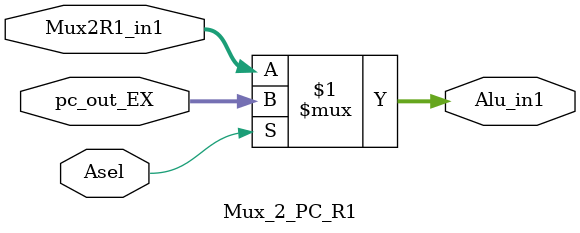
<source format=v>
module Mux_2_PC_R1(             //Selection Between Current Program Counter Value OR Frist Register
input  [31:0] Mux2R1_in1,       //Updated Frist Register Value 
input  [31:0] pc_out_EX,        //Current Program Value
input  Asel,                    //Selection Line For Mux
output [31:0] Alu_in1           //ALU Frist Input 
); 
                                //0 For DataR1 and 1 For Program Counter Output
        assign Alu_in1  = (Asel)?pc_out_EX:Mux2R1_in1;
endmodule
</source>
